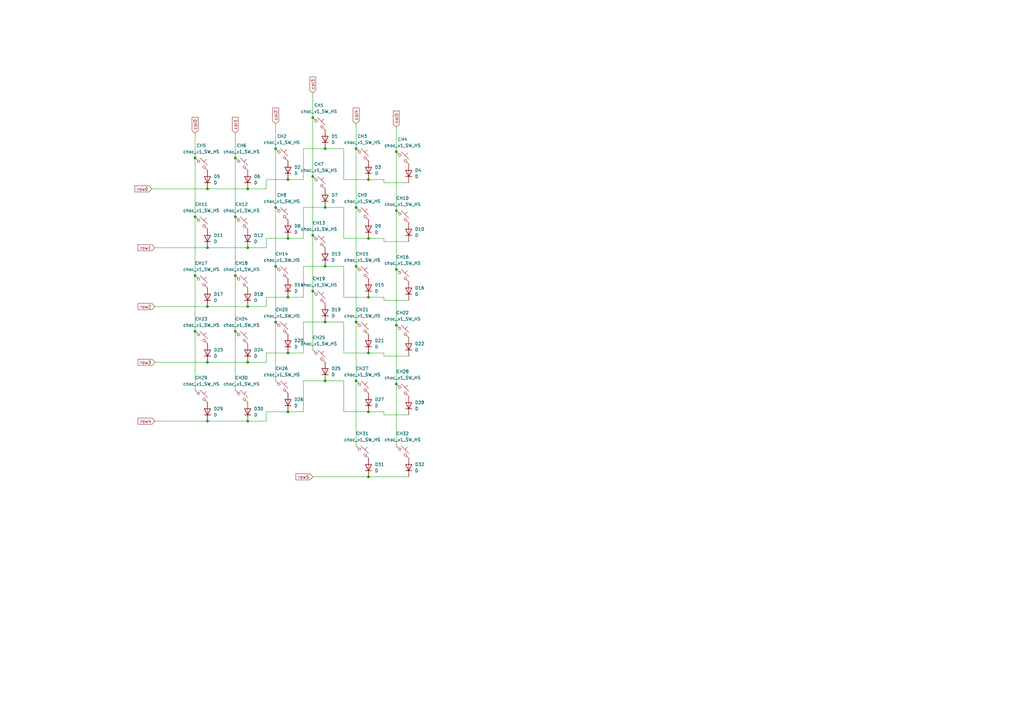
<source format=kicad_sch>
(kicad_sch (version 20231120) (generator "eeschema") (generator_version "8.0")
  (paper "A3")
  (lib_symbols
    (symbol "Device:D" (pin_numbers hide) (pin_names (offset 1.016) hide)
      (property "Reference" "D" (at 0 2.54 0))
      (property "Value" "D" (at 0 -2.54 0))
      (symbol "D_0_1"
        (polyline (pts (xy -1.27 1.27) (xy -1.27 -1.27)) (stroke (width 0.254)))
        (polyline (pts (xy 1.27 0) (xy -1.27 0)))
        (polyline (pts (xy 1.27 1.27) (xy 1.27 -1.27) (xy -1.27 0) (xy 1.27 1.27)) (stroke (width 0.254)))
      )
      (symbol "D_1_1"
        (pin passive line (at -3.81 0 0) (length 2.54) (name "K") (number "1"))
        (pin passive line (at 3.81 0 180) (length 2.54) (name "A") (number "2"))
      )
    )
    (symbol "PCM_marbastlib-choc:choc_v1_SW_HS_CPG135001S30" (pin_numbers hide) (pin_names (offset 1.016) hide)
      (property "Reference" "CH" (at 3.048 1.016 0))
      (property "Value" "choc_v1_SW_HS" (at 0 -3.81 0))
      (symbol "choc_v1_SW_HS_CPG135001S30_0_1"
        (circle (center -1.1684 1.1684) (radius 0.508))
        (polyline (pts (xy -0.508 2.54) (xy 2.54 -0.508)))
        (polyline (pts (xy 1.016 1.016) (xy 2.032 2.032)))
        (polyline (pts (xy -2.54 2.54) (xy -1.524 1.524) (xy -1.524 1.524)))
        (polyline (pts (xy 1.524 -1.524) (xy 2.54 -2.54) (xy 2.54 -2.54) (xy 2.54 -2.54)))
        (circle (center 1.143 -1.1938) (radius 0.508))
        (pin passive line (at -2.54 2.54 0) (length 0) (name "1") (number "1"))
        (pin passive line (at 2.54 -2.54 180) (length 0) (name "2") (number "2"))
      )
    )
  )
  (junction (at 85.09 172.72))
  (junction (at 85.09 148.59))
  (junction (at 118.11 121.92))
  (junction (at 96.52 113.03))
  (junction (at 146.05 132.08))
  (junction (at 133.35 109.22))
  (junction (at 118.11 168.91))
  (junction (at 101.6 125.73))
  (junction (at 128.27 96.52))
  (junction (at 151.13 73.66))
  (junction (at 118.11 144.78))
  (junction (at 85.09 101.6))
  (junction (at 96.52 64.77))
  (junction (at 96.52 88.9))
  (junction (at 85.09 77.47))
  (junction (at 101.6 148.59))
  (junction (at 101.6 77.47))
  (junction (at 85.09 125.73))
  (junction (at 113.03 109.22))
  (junction (at 162.56 157.48))
  (junction (at 133.35 132.08))
  (junction (at 128.27 119.38))
  (junction (at 80.01 113.03))
  (junction (at 101.6 172.72))
  (junction (at 133.35 156.21))
  (junction (at 146.05 109.22))
  (junction (at 162.56 133.35))
  (junction (at 162.56 86.36))
  (junction (at 151.13 195.58))
  (junction (at 151.13 121.92))
  (junction (at 133.35 60.96))
  (junction (at 128.27 48.26))
  (junction (at 80.01 64.77))
  (junction (at 146.05 60.96))
  (junction (at 80.01 135.89))
  (junction (at 113.03 132.08))
  (junction (at 96.52 135.89))
  (junction (at 151.13 168.91))
  (junction (at 162.56 110.49))
  (junction (at 118.11 97.79))
  (junction (at 146.05 156.21))
  (junction (at 101.6 101.6))
  (junction (at 80.01 88.9))
  (junction (at 146.05 85.09))
  (junction (at 151.13 97.79))
  (junction (at 118.11 73.66))
  (junction (at 162.56 62.23))
  (junction (at 113.03 60.96))
  (junction (at 113.03 85.09))
  (junction (at 151.13 144.78))
  (junction (at 128.27 72.39))
  (junction (at 133.35 85.09))
  (wire (pts (xy 162.56 110.49) (xy 162.56 133.35)))
  (wire (pts (xy 109.22 148.59) (xy 109.22 144.78)))
  (wire (pts (xy 124.46 156.21) (xy 133.35 156.21)))
  (wire (pts (xy 109.22 73.66) (xy 118.11 73.66)))
  (wire (pts (xy 109.22 101.6) (xy 109.22 97.79)))
  (wire (pts (xy 151.13 121.92) (xy 157.48 121.92)))
  (wire (pts (xy 133.35 156.21) (xy 140.97 156.21)))
  (wire (pts (xy 133.35 109.22) (xy 140.97 109.22)))
  (wire (pts (xy 124.46 97.79) (xy 124.46 85.09)))
  (wire (pts (xy 101.6 101.6) (xy 109.22 101.6)))
  (wire (pts (xy 157.48 121.92) (xy 157.48 123.19)))
  (wire (pts (xy 128.27 119.38) (xy 128.27 143.51)))
  (wire (pts (xy 157.48 99.06) (xy 167.64 99.06)))
  (wire (pts (xy 109.22 97.79) (xy 118.11 97.79)))
  (wire (pts (xy 124.46 73.66) (xy 124.46 60.96)))
  (wire (pts (xy 80.01 54.61) (xy 80.01 64.77)))
  (wire (pts (xy 140.97 73.66) (xy 151.13 73.66)))
  (wire (pts (xy 109.22 125.73) (xy 109.22 121.92)))
  (wire (pts (xy 124.46 85.09) (xy 133.35 85.09)))
  (wire (pts (xy 162.56 157.48) (xy 162.56 182.88)))
  (wire (pts (xy 146.05 85.09) (xy 146.05 109.22)))
  (wire (pts (xy 101.6 172.72) (xy 109.22 172.72)))
  (wire (pts (xy 140.97 144.78) (xy 151.13 144.78)))
  (wire (pts (xy 80.01 64.77) (xy 80.01 88.9)))
  (wire (pts (xy 162.56 52.07) (xy 162.56 62.23)))
  (wire (pts (xy 157.48 73.66) (xy 157.48 74.93)))
  (wire (pts (xy 118.11 168.91) (xy 124.46 168.91)))
  (wire (pts (xy 113.03 85.09) (xy 113.03 109.22)))
  (wire (pts (xy 96.52 54.61) (xy 96.52 64.77)))
  (wire (pts (xy 124.46 144.78) (xy 124.46 132.08)))
  (wire (pts (xy 85.09 77.47) (xy 101.6 77.47)))
  (wire (pts (xy 80.01 113.03) (xy 80.01 135.89)))
  (wire (pts (xy 146.05 60.96) (xy 146.05 85.09)))
  (wire (pts (xy 124.46 168.91) (xy 124.46 156.21)))
  (wire (pts (xy 140.97 132.08) (xy 140.97 144.78)))
  (wire (pts (xy 151.13 144.78) (xy 157.48 144.78)))
  (wire (pts (xy 162.56 133.35) (xy 162.56 157.48)))
  (wire (pts (xy 118.11 73.66) (xy 124.46 73.66)))
  (wire (pts (xy 162.56 62.23) (xy 162.56 86.36)))
  (wire (pts (xy 157.48 97.79) (xy 157.48 99.06)))
  (wire (pts (xy 118.11 97.79) (xy 124.46 97.79)))
  (wire (pts (xy 128.27 48.26) (xy 128.27 72.39)))
  (wire (pts (xy 157.48 170.18) (xy 167.64 170.18)))
  (wire (pts (xy 109.22 172.72) (xy 109.22 168.91)))
  (wire (pts (xy 109.22 121.92) (xy 118.11 121.92)))
  (wire (pts (xy 124.46 132.08) (xy 133.35 132.08)))
  (wire (pts (xy 133.35 85.09) (xy 140.97 85.09)))
  (wire (pts (xy 146.05 109.22) (xy 146.05 132.08)))
  (wire (pts (xy 109.22 168.91) (xy 118.11 168.91)))
  (wire (pts (xy 63.5 101.6) (xy 85.09 101.6)))
  (wire (pts (xy 157.48 144.78) (xy 157.48 146.05)))
  (wire (pts (xy 85.09 148.59) (xy 101.6 148.59)))
  (wire (pts (xy 96.52 64.77) (xy 96.52 88.9)))
  (wire (pts (xy 113.03 109.22) (xy 113.03 132.08)))
  (wire (pts (xy 151.13 73.66) (xy 157.48 73.66)))
  (wire (pts (xy 63.5 125.73) (xy 85.09 125.73)))
  (wire (pts (xy 151.13 168.91) (xy 157.48 168.91)))
  (wire (pts (xy 109.22 144.78) (xy 118.11 144.78)))
  (wire (pts (xy 140.97 168.91) (xy 151.13 168.91)))
  (wire (pts (xy 96.52 113.03) (xy 96.52 135.89)))
  (wire (pts (xy 85.09 125.73) (xy 101.6 125.73)))
  (wire (pts (xy 62.23 77.47) (xy 85.09 77.47)))
  (wire (pts (xy 128.27 38.1) (xy 128.27 48.26)))
  (wire (pts (xy 151.13 195.58) (xy 167.64 195.58)))
  (wire (pts (xy 128.27 96.52) (xy 128.27 119.38)))
  (wire (pts (xy 118.11 121.92) (xy 124.46 121.92)))
  (wire (pts (xy 133.35 132.08) (xy 140.97 132.08)))
  (wire (pts (xy 157.48 168.91) (xy 157.48 170.18)))
  (wire (pts (xy 113.03 132.08) (xy 113.03 156.21)))
  (wire (pts (xy 128.27 72.39) (xy 128.27 96.52)))
  (wire (pts (xy 140.97 156.21) (xy 140.97 168.91)))
  (wire (pts (xy 63.5 172.72) (xy 85.09 172.72)))
  (wire (pts (xy 128.27 195.58) (xy 151.13 195.58)))
  (wire (pts (xy 124.46 109.22) (xy 133.35 109.22)))
  (wire (pts (xy 101.6 148.59) (xy 109.22 148.59)))
  (wire (pts (xy 157.48 123.19) (xy 167.64 123.19)))
  (wire (pts (xy 96.52 135.89) (xy 96.52 160.02)))
  (wire (pts (xy 133.35 60.96) (xy 140.97 60.96)))
  (wire (pts (xy 151.13 97.79) (xy 157.48 97.79)))
  (wire (pts (xy 124.46 60.96) (xy 133.35 60.96)))
  (wire (pts (xy 96.52 88.9) (xy 96.52 113.03)))
  (wire (pts (xy 118.11 144.78) (xy 124.46 144.78)))
  (wire (pts (xy 113.03 60.96) (xy 113.03 85.09)))
  (wire (pts (xy 80.01 135.89) (xy 80.01 160.02)))
  (wire (pts (xy 109.22 77.47) (xy 109.22 73.66)))
  (wire (pts (xy 124.46 121.92) (xy 124.46 109.22)))
  (wire (pts (xy 162.56 86.36) (xy 162.56 110.49)))
  (wire (pts (xy 140.97 97.79) (xy 151.13 97.79)))
  (wire (pts (xy 146.05 132.08) (xy 146.05 156.21)))
  (wire (pts (xy 140.97 85.09) (xy 140.97 97.79)))
  (wire (pts (xy 80.01 88.9) (xy 80.01 113.03)))
  (wire (pts (xy 146.05 156.21) (xy 146.05 182.88)))
  (wire (pts (xy 101.6 77.47) (xy 109.22 77.47)))
  (wire (pts (xy 101.6 125.73) (xy 109.22 125.73)))
  (wire (pts (xy 157.48 74.93) (xy 167.64 74.93)))
  (wire (pts (xy 63.5 148.59) (xy 85.09 148.59)))
  (wire (pts (xy 140.97 109.22) (xy 140.97 121.92)))
  (wire (pts (xy 146.05 50.8) (xy 146.05 60.96)))
  (wire (pts (xy 140.97 121.92) (xy 151.13 121.92)))
  (wire (pts (xy 113.03 50.8) (xy 113.03 60.96)))
  (wire (pts (xy 157.48 146.05) (xy 167.64 146.05)))
  (wire (pts (xy 85.09 172.72) (xy 101.6 172.72)))
  (wire (pts (xy 85.09 101.6) (xy 101.6 101.6)))
  (wire (pts (xy 140.97 60.96) (xy 140.97 73.66)))
  (global_label "col2" (shape input) (at 113.03 50.8 90) (property "Intersheetrefs" "${INTERSHEET_REFS}" (effects (hide yes))))
  (global_label "col3" (shape input) (at 128.27 38.1 90) (property "Intersheetrefs" "${INTERSHEET_REFS}" (effects (hide yes))))
  (global_label "row0" (shape input) (at 62.23 77.47 180) (property "Intersheetrefs" "${INTERSHEET_REFS}" (effects (hide yes))))
  (global_label "row5" (shape input) (at 128.27 195.58 180) (property "Intersheetrefs" "${INTERSHEET_REFS}" (effects (hide yes))))
  (global_label "col1" (shape input) (at 96.52 54.61 90) (property "Intersheetrefs" "${INTERSHEET_REFS}" (effects (hide yes))))
  (global_label "row2" (shape input) (at 63.5 125.73 180) (property "Intersheetrefs" "${INTERSHEET_REFS}" (effects (hide yes))))
  (global_label "col4" (shape input) (at 146.05 50.8 90) (property "Intersheetrefs" "${INTERSHEET_REFS}" (effects (hide yes))))
  (global_label "col5" (shape input) (at 162.56 52.07 90) (property "Intersheetrefs" "${INTERSHEET_REFS}" (effects (hide yes))))
  (global_label "col0" (shape input) (at 80.01 54.61 90) (property "Intersheetrefs" "${INTERSHEET_REFS}" (effects (hide yes))))
  (global_label "row1" (shape input) (at 63.5 101.6 180) (property "Intersheetrefs" "${INTERSHEET_REFS}" (effects (hide yes))))
  (global_label "row4" (shape input) (at 63.5 172.72 180) (property "Intersheetrefs" "${INTERSHEET_REFS}" (effects (hide yes))))
  (global_label "row3" (shape input) (at 63.5 148.59 180) (property "Intersheetrefs" "${INTERSHEET_REFS}" (effects (hide yes))))
  (symbol (lib_id "PCM_marbastlib-choc:choc_v1_SW_HS_CPG135001S30") (at 165.1 64.77 0) (unit 1)
    (property "Reference" "CH4" (at 165.1 57.15 0))
    (property "Value" "choc_v1_SW_HS" (at 165.1 59.69 0))
    (property "Footprint" "PCM_marbastlib-choc:SW_choc_v1_HS_CPG135001S30_1u" (effects (hide yes)))
    (property "Description" "Push button switch, normally open, two pins, 45° tilted" (effects (hide yes)))
  )
  (symbol (lib_id "PCM_marbastlib-choc:choc_v1_SW_HS_CPG135001S30") (at 165.1 185.42 0) (unit 1)
    (property "Reference" "CH32" (at 165.1 177.8 0))
    (property "Value" "choc_v1_SW_HS" (at 165.1 180.34 0))
    (property "Footprint" "PCM_marbastlib-choc:SW_choc_v1_HS_CPG135001S30_1.75u" (effects (hide yes)))
    (property "Description" "Push button switch, normally open, two pins, 45° tilted" (effects (hide yes)))
  )
  (symbol (lib_id "Device:D") (at 118.11 140.97 90) (unit 1)
    (property "Reference" "D20" (at 120.65 139.6999 90) (effects (justify right)))
    (property "Value" "D" (at 120.65 142.2399 90) (effects (justify right)))
    (property "Footprint" "Diode_SMD:D_SOD-123" (effects (hide yes)))
    (property "Description" "Diode" (effects (hide yes)))
    (property "Sim.Device" "D" (effects (hide yes)))
    (property "Sim.Pins" "1=K 2=A" (effects (hide yes)))
  )
  (symbol (lib_id "Device:D") (at 151.13 93.98 90) (unit 1)
    (property "Reference" "D9" (at 153.67 92.7099 90) (effects (justify right)))
    (property "Value" "D" (at 153.67 95.2499 90) (effects (justify right)))
    (property "Footprint" "Diode_SMD:D_SOD-123" (effects (hide yes)))
    (property "Description" "Diode" (effects (hide yes)))
    (property "Sim.Device" "D" (effects (hide yes)))
    (property "Sim.Pins" "1=K 2=A" (effects (hide yes)))
  )
  (symbol (lib_id "PCM_marbastlib-choc:choc_v1_SW_HS_CPG135001S30") (at 130.81 74.93 0) (unit 1)
    (property "Reference" "CH7" (at 130.81 67.31 0))
    (property "Value" "choc_v1_SW_HS" (at 130.81 69.85 0))
    (property "Footprint" "PCM_marbastlib-choc:SW_choc_v1_HS_CPG135001S30_1u" (effects (hide yes)))
    (property "Description" "Push button switch, normally open, two pins, 45° tilted" (effects (hide yes)))
  )
  (symbol (lib_id "Device:D") (at 85.09 121.92 90) (unit 1)
    (property "Reference" "D17" (at 87.63 120.6499 90) (effects (justify right)))
    (property "Value" "D" (at 87.63 123.1899 90) (effects (justify right)))
    (property "Footprint" "Diode_SMD:D_SOD-123" (effects (hide yes)))
    (property "Description" "Diode" (effects (hide yes)))
    (property "Sim.Device" "D" (effects (hide yes)))
    (property "Sim.Pins" "1=K 2=A" (effects (hide yes)))
  )
  (symbol (lib_id "PCM_marbastlib-choc:choc_v1_SW_HS_CPG135001S30") (at 99.06 162.56 0) (unit 1)
    (property "Reference" "CH30" (at 99.06 154.94 0))
    (property "Value" "choc_v1_SW_HS" (at 99.06 157.48 0))
    (property "Footprint" "PCM_marbastlib-choc:SW_choc_v1_HS_CPG135001S30_1u" (effects (hide yes)))
    (property "Description" "Push button switch, normally open, two pins, 45° tilted" (effects (hide yes)))
  )
  (symbol (lib_id "PCM_marbastlib-choc:choc_v1_SW_HS_CPG135001S30") (at 99.06 91.44 0) (unit 1)
    (property "Reference" "CH12" (at 99.06 83.82 0))
    (property "Value" "choc_v1_SW_HS" (at 99.06 86.36 0))
    (property "Footprint" "PCM_marbastlib-choc:SW_choc_v1_HS_CPG135001S30_1u" (effects (hide yes)))
    (property "Description" "Push button switch, normally open, two pins, 45° tilted" (effects (hide yes)))
  )
  (symbol (lib_id "Device:D") (at 101.6 144.78 90) (unit 1)
    (property "Reference" "D24" (at 104.14 143.5099 90) (effects (justify right)))
    (property "Value" "D" (at 104.14 146.0499 90) (effects (justify right)))
    (property "Footprint" "Diode_SMD:D_SOD-123" (effects (hide yes)))
    (property "Description" "Diode" (effects (hide yes)))
    (property "Sim.Device" "D" (effects (hide yes)))
    (property "Sim.Pins" "1=K 2=A" (effects (hide yes)))
  )
  (symbol (lib_id "PCM_marbastlib-choc:choc_v1_SW_HS_CPG135001S30") (at 165.1 160.02 0) (unit 1)
    (property "Reference" "CH28" (at 165.1 152.4 0))
    (property "Value" "choc_v1_SW_HS" (at 165.1 154.94 0))
    (property "Footprint" "PCM_marbastlib-choc:SW_choc_v1_HS_CPG135001S30_1u" (effects (hide yes)))
    (property "Description" "Push button switch, normally open, two pins, 45° tilted" (effects (hide yes)))
  )
  (symbol (lib_id "Device:D") (at 167.64 166.37 90) (unit 1)
    (property "Reference" "D28" (at 170.18 165.0999 90) (effects (justify right)))
    (property "Value" "D" (at 170.18 167.6399 90) (effects (justify right)))
    (property "Footprint" "Diode_SMD:D_SOD-123" (effects (hide yes)))
    (property "Description" "Diode" (effects (hide yes)))
    (property "Sim.Device" "D" (effects (hide yes)))
    (property "Sim.Pins" "1=K 2=A" (effects (hide yes)))
  )
  (symbol (lib_id "PCM_marbastlib-choc:choc_v1_SW_HS_CPG135001S30") (at 130.81 50.8 0) (unit 1)
    (property "Reference" "CH1" (at 130.81 43.18 0))
    (property "Value" "choc_v1_SW_HS" (at 130.81 45.72 0))
    (property "Footprint" "PCM_marbastlib-choc:SW_choc_v1_HS_CPG135001S30_1u" (effects (hide yes)))
    (property "Description" "Push button switch, normally open, two pins, 45° tilted" (effects (hide yes)))
  )
  (symbol (lib_id "PCM_marbastlib-choc:choc_v1_SW_HS_CPG135001S30") (at 148.59 158.75 0) (unit 1)
    (property "Reference" "CH27" (at 148.59 151.13 0))
    (property "Value" "choc_v1_SW_HS" (at 148.59 153.67 0))
    (property "Footprint" "PCM_marbastlib-choc:SW_choc_v1_HS_CPG135001S30_1u" (effects (hide yes)))
    (property "Description" "Push button switch, normally open, two pins, 45° tilted" (effects (hide yes)))
  )
  (symbol (lib_id "PCM_marbastlib-choc:choc_v1_SW_HS_CPG135001S30") (at 148.59 134.62 0) (unit 1)
    (property "Reference" "CH21" (at 148.59 127 0))
    (property "Value" "choc_v1_SW_HS" (at 148.59 129.54 0))
    (property "Footprint" "PCM_marbastlib-choc:SW_choc_v1_HS_CPG135001S30_1u" (effects (hide yes)))
    (property "Description" "Push button switch, normally open, two pins, 45° tilted" (effects (hide yes)))
  )
  (symbol (lib_id "Device:D") (at 167.64 119.38 90) (unit 1)
    (property "Reference" "D16" (at 170.18 118.1099 90) (effects (justify right)))
    (property "Value" "D" (at 170.18 120.6499 90) (effects (justify right)))
    (property "Footprint" "Diode_SMD:D_SOD-123" (effects (hide yes)))
    (property "Description" "Diode" (effects (hide yes)))
    (property "Sim.Device" "D" (effects (hide yes)))
    (property "Sim.Pins" "1=K 2=A" (effects (hide yes)))
  )
  (symbol (lib_id "PCM_marbastlib-choc:choc_v1_SW_HS_CPG135001S30") (at 130.81 99.06 0) (unit 1)
    (property "Reference" "CH13" (at 130.81 91.44 0))
    (property "Value" "choc_v1_SW_HS" (at 130.81 93.98 0))
    (property "Footprint" "PCM_marbastlib-choc:SW_choc_v1_HS_CPG135001S30_1u" (effects (hide yes)))
    (property "Description" "Push button switch, normally open, two pins, 45° tilted" (effects (hide yes)))
  )
  (symbol (lib_id "Device:D") (at 167.64 191.77 90) (unit 1)
    (property "Reference" "D32" (at 170.18 190.4999 90) (effects (justify right)))
    (property "Value" "D" (at 170.18 193.0399 90) (effects (justify right)))
    (property "Footprint" "Diode_SMD:D_SOD-123" (effects (hide yes)))
    (property "Description" "Diode" (effects (hide yes)))
    (property "Sim.Device" "D" (effects (hide yes)))
    (property "Sim.Pins" "1=K 2=A" (effects (hide yes)))
  )
  (symbol (lib_id "Device:D") (at 167.64 95.25 90) (unit 1)
    (property "Reference" "D10" (at 170.18 93.9799 90) (effects (justify right)))
    (property "Value" "D" (at 170.18 96.5199 90) (effects (justify right)))
    (property "Footprint" "Diode_SMD:D_SOD-123" (effects (hide yes)))
    (property "Description" "Diode" (effects (hide yes)))
    (property "Sim.Device" "D" (effects (hide yes)))
    (property "Sim.Pins" "1=K 2=A" (effects (hide yes)))
  )
  (symbol (lib_id "Device:D") (at 118.11 118.11 90) (unit 1)
    (property "Reference" "D14" (at 120.65 116.8399 90) (effects (justify right)))
    (property "Value" "D" (at 120.65 119.3799 90) (effects (justify right)))
    (property "Footprint" "Diode_SMD:D_SOD-123" (effects (hide yes)))
    (property "Description" "Diode" (effects (hide yes)))
    (property "Sim.Device" "D" (effects (hide yes)))
    (property "Sim.Pins" "1=K 2=A" (effects (hide yes)))
  )
  (symbol (lib_id "Device:D") (at 133.35 152.4 90) (unit 1)
    (property "Reference" "D25" (at 135.89 151.1299 90) (effects (justify right)))
    (property "Value" "D" (at 135.89 153.6699 90) (effects (justify right)))
    (property "Footprint" "Diode_SMD:D_SOD-123" (effects (hide yes)))
    (property "Description" "Diode" (effects (hide yes)))
    (property "Sim.Device" "D" (effects (hide yes)))
    (property "Sim.Pins" "1=K 2=A" (effects (hide yes)))
  )
  (symbol (lib_id "Device:D") (at 85.09 168.91 90) (unit 1)
    (property "Reference" "D29" (at 87.63 167.6399 90) (effects (justify right)))
    (property "Value" "D" (at 87.63 170.1799 90) (effects (justify right)))
    (property "Footprint" "Diode_SMD:D_SOD-123" (effects (hide yes)))
    (property "Description" "Diode" (effects (hide yes)))
    (property "Sim.Device" "D" (effects (hide yes)))
    (property "Sim.Pins" "1=K 2=A" (effects (hide yes)))
  )
  (symbol (lib_id "Device:D") (at 167.64 71.12 90) (unit 1)
    (property "Reference" "D4" (at 170.18 69.8499 90) (effects (justify right)))
    (property "Value" "D" (at 170.18 72.3899 90) (effects (justify right)))
    (property "Footprint" "Diode_SMD:D_SOD-123" (effects (hide yes)))
    (property "Description" "Diode" (effects (hide yes)))
    (property "Sim.Device" "D" (effects (hide yes)))
    (property "Sim.Pins" "1=K 2=A" (effects (hide yes)))
  )
  (symbol (lib_id "Device:D") (at 118.11 69.85 90) (unit 1)
    (property "Reference" "D2" (at 120.65 68.5799 90) (effects (justify right)))
    (property "Value" "D" (at 120.65 71.1199 90) (effects (justify right)))
    (property "Footprint" "Diode_SMD:D_SOD-123" (effects (hide yes)))
    (property "Description" "Diode" (effects (hide yes)))
    (property "Sim.Device" "D" (effects (hide yes)))
    (property "Sim.Pins" "1=K 2=A" (effects (hide yes)))
  )
  (symbol (lib_id "PCM_marbastlib-choc:choc_v1_SW_HS_CPG135001S30") (at 148.59 111.76 0) (unit 1)
    (property "Reference" "CH15" (at 148.59 104.14 0))
    (property "Value" "choc_v1_SW_HS" (at 148.59 106.68 0))
    (property "Footprint" "PCM_marbastlib-choc:SW_choc_v1_HS_CPG135001S30_1u" (effects (hide yes)))
    (property "Description" "Push button switch, normally open, two pins, 45° tilted" (effects (hide yes)))
  )
  (symbol (lib_id "PCM_marbastlib-choc:choc_v1_SW_HS_CPG135001S30") (at 99.06 138.43 0) (unit 1)
    (property "Reference" "CH24" (at 99.06 130.81 0))
    (property "Value" "choc_v1_SW_HS" (at 99.06 133.35 0))
    (property "Footprint" "PCM_marbastlib-choc:SW_choc_v1_HS_CPG135001S30_1u" (effects (hide yes)))
    (property "Description" "Push button switch, normally open, two pins, 45° tilted" (effects (hide yes)))
  )
  (symbol (lib_id "PCM_marbastlib-choc:choc_v1_SW_HS_CPG135001S30") (at 115.57 111.76 0) (unit 1)
    (property "Reference" "CH14" (at 115.57 104.14 0))
    (property "Value" "choc_v1_SW_HS" (at 115.57 106.68 0))
    (property "Footprint" "PCM_marbastlib-choc:SW_choc_v1_HS_CPG135001S30_1u" (effects (hide yes)))
    (property "Description" "Push button switch, normally open, two pins, 45° tilted" (effects (hide yes)))
  )
  (symbol (lib_id "PCM_marbastlib-choc:choc_v1_SW_HS_CPG135001S30") (at 82.55 115.57 0) (unit 1)
    (property "Reference" "CH17" (at 82.55 107.95 0))
    (property "Value" "choc_v1_SW_HS" (at 82.55 110.49 0))
    (property "Footprint" "PCM_marbastlib-choc:SW_choc_v1_HS_CPG135001S30_1u" (effects (hide yes)))
    (property "Description" "Push button switch, normally open, two pins, 45° tilted" (effects (hide yes)))
  )
  (symbol (lib_id "Device:D") (at 101.6 73.66 90) (unit 1)
    (property "Reference" "D6" (at 104.14 72.3899 90) (effects (justify right)))
    (property "Value" "D" (at 104.14 74.9299 90) (effects (justify right)))
    (property "Footprint" "Diode_SMD:D_SOD-123" (effects (hide yes)))
    (property "Description" "Diode" (effects (hide yes)))
    (property "Sim.Device" "D" (effects (hide yes)))
    (property "Sim.Pins" "1=K 2=A" (effects (hide yes)))
  )
  (symbol (lib_id "PCM_marbastlib-choc:choc_v1_SW_HS_CPG135001S30") (at 99.06 67.31 0) (unit 1)
    (property "Reference" "CH6" (at 99.06 59.69 0))
    (property "Value" "choc_v1_SW_HS" (at 99.06 62.23 0))
    (property "Footprint" "PCM_marbastlib-choc:SW_choc_v1_HS_CPG135001S30_1u" (effects (hide yes)))
    (property "Description" "Push button switch, normally open, two pins, 45° tilted" (effects (hide yes)))
  )
  (symbol (lib_id "PCM_marbastlib-choc:choc_v1_SW_HS_CPG135001S30") (at 165.1 135.89 0) (unit 1)
    (property "Reference" "CH22" (at 165.1 128.27 0))
    (property "Value" "choc_v1_SW_HS" (at 165.1 130.81 0))
    (property "Footprint" "PCM_marbastlib-choc:SW_choc_v1_HS_CPG135001S30_1u" (effects (hide yes)))
    (property "Description" "Push button switch, normally open, two pins, 45° tilted" (effects (hide yes)))
  )
  (symbol (lib_id "PCM_marbastlib-choc:choc_v1_SW_HS_CPG135001S30") (at 148.59 87.63 0) (unit 1)
    (property "Reference" "CH9" (at 148.59 80.01 0))
    (property "Value" "choc_v1_SW_HS" (at 148.59 82.55 0))
    (property "Footprint" "PCM_marbastlib-choc:SW_choc_v1_HS_CPG135001S30_1u" (effects (hide yes)))
    (property "Description" "Push button switch, normally open, two pins, 45° tilted" (effects (hide yes)))
  )
  (symbol (lib_id "Device:D") (at 101.6 97.79 90) (unit 1)
    (property "Reference" "D12" (at 104.14 96.5199 90) (effects (justify right)))
    (property "Value" "D" (at 104.14 99.0599 90) (effects (justify right)))
    (property "Footprint" "Diode_SMD:D_SOD-123" (effects (hide yes)))
    (property "Description" "Diode" (effects (hide yes)))
    (property "Sim.Device" "D" (effects (hide yes)))
    (property "Sim.Pins" "1=K 2=A" (effects (hide yes)))
  )
  (symbol (lib_id "Device:D") (at 151.13 118.11 90) (unit 1)
    (property "Reference" "D15" (at 153.67 116.8399 90) (effects (justify right)))
    (property "Value" "D" (at 153.67 119.3799 90) (effects (justify right)))
    (property "Footprint" "Diode_SMD:D_SOD-123" (effects (hide yes)))
    (property "Description" "Diode" (effects (hide yes)))
    (property "Sim.Device" "D" (effects (hide yes)))
    (property "Sim.Pins" "1=K 2=A" (effects (hide yes)))
  )
  (symbol (lib_id "Device:D") (at 118.11 93.98 90) (unit 1)
    (property "Reference" "D8" (at 120.65 92.7099 90) (effects (justify right)))
    (property "Value" "D" (at 120.65 95.2499 90) (effects (justify right)))
    (property "Footprint" "Diode_SMD:D_SOD-123" (effects (hide yes)))
    (property "Description" "Diode" (effects (hide yes)))
    (property "Sim.Device" "D" (effects (hide yes)))
    (property "Sim.Pins" "1=K 2=A" (effects (hide yes)))
  )
  (symbol (lib_id "PCM_marbastlib-choc:choc_v1_SW_HS_CPG135001S30") (at 82.55 162.56 0) (unit 1)
    (property "Reference" "CH29" (at 82.55 154.94 0))
    (property "Value" "choc_v1_SW_HS" (at 82.55 157.48 0))
    (property "Footprint" "PCM_marbastlib-choc:SW_choc_v1_HS_CPG135001S30_1u" (effects (hide yes)))
    (property "Description" "Push button switch, normally open, two pins, 45° tilted" (effects (hide yes)))
  )
  (symbol (lib_id "Device:D") (at 118.11 165.1 90) (unit 1)
    (property "Reference" "D26" (at 120.65 163.8299 90) (effects (justify right)))
    (property "Value" "D" (at 120.65 166.3699 90) (effects (justify right)))
    (property "Footprint" "Diode_SMD:D_SOD-123" (effects (hide yes)))
    (property "Description" "Diode" (effects (hide yes)))
    (property "Sim.Device" "D" (effects (hide yes)))
    (property "Sim.Pins" "1=K 2=A" (effects (hide yes)))
  )
  (symbol (lib_id "Device:D") (at 85.09 97.79 90) (unit 1)
    (property "Reference" "D11" (at 87.63 96.5199 90) (effects (justify right)))
    (property "Value" "D" (at 87.63 99.0599 90) (effects (justify right)))
    (property "Footprint" "Diode_SMD:D_SOD-123" (effects (hide yes)))
    (property "Description" "Diode" (effects (hide yes)))
    (property "Sim.Device" "D" (effects (hide yes)))
    (property "Sim.Pins" "1=K 2=A" (effects (hide yes)))
  )
  (symbol (lib_id "Device:D") (at 85.09 73.66 90) (unit 1)
    (property "Reference" "D5" (at 87.63 72.3899 90) (effects (justify right)))
    (property "Value" "D" (at 87.63 74.9299 90) (effects (justify right)))
    (property "Footprint" "Diode_SMD:D_SOD-123" (effects (hide yes)))
    (property "Description" "Diode" (effects (hide yes)))
    (property "Sim.Device" "D" (effects (hide yes)))
    (property "Sim.Pins" "1=K 2=A" (effects (hide yes)))
  )
  (symbol (lib_id "PCM_marbastlib-choc:choc_v1_SW_HS_CPG135001S30") (at 130.81 146.05 0) (unit 1)
    (property "Reference" "CH25" (at 130.81 138.43 0))
    (property "Value" "choc_v1_SW_HS" (at 130.81 140.97 0))
    (property "Footprint" "PCM_marbastlib-choc:SW_choc_v1_HS_CPG135001S30_1u" (effects (hide yes)))
    (property "Description" "Push button switch, normally open, two pins, 45° tilted" (effects (hide yes)))
  )
  (symbol (lib_id "PCM_marbastlib-choc:choc_v1_SW_HS_CPG135001S30") (at 130.81 121.92 0) (unit 1)
    (property "Reference" "CH19" (at 130.81 114.3 0))
    (property "Value" "choc_v1_SW_HS" (at 130.81 116.84 0))
    (property "Footprint" "PCM_marbastlib-choc:SW_choc_v1_HS_CPG135001S30_1u" (effects (hide yes)))
    (property "Description" "Push button switch, normally open, two pins, 45° tilted" (effects (hide yes)))
  )
  (symbol (lib_id "Device:D") (at 85.09 144.78 90) (unit 1)
    (property "Reference" "D23" (at 87.63 143.5099 90) (effects (justify right)))
    (property "Value" "D" (at 87.63 146.0499 90) (effects (justify right)))
    (property "Footprint" "Diode_SMD:D_SOD-123" (effects (hide yes)))
    (property "Description" "Diode" (effects (hide yes)))
    (property "Sim.Device" "D" (effects (hide yes)))
    (property "Sim.Pins" "1=K 2=A" (effects (hide yes)))
  )
  (symbol (lib_id "Device:D") (at 167.64 142.24 90) (unit 1)
    (property "Reference" "D22" (at 170.18 140.9699 90) (effects (justify right)))
    (property "Value" "D" (at 170.18 143.5099 90) (effects (justify right)))
    (property "Footprint" "Diode_SMD:D_SOD-123" (effects (hide yes)))
    (property "Description" "Diode" (effects (hide yes)))
    (property "Sim.Device" "D" (effects (hide yes)))
    (property "Sim.Pins" "1=K 2=A" (effects (hide yes)))
  )
  (symbol (lib_id "PCM_marbastlib-choc:choc_v1_SW_HS_CPG135001S30") (at 99.06 115.57 0) (unit 1)
    (property "Reference" "CH18" (at 99.06 107.95 0))
    (property "Value" "choc_v1_SW_HS" (at 99.06 110.49 0))
    (property "Footprint" "PCM_marbastlib-choc:SW_choc_v1_HS_CPG135001S30_1u" (effects (hide yes)))
    (property "Description" "Push button switch, normally open, two pins, 45° tilted" (effects (hide yes)))
  )
  (symbol (lib_id "PCM_marbastlib-choc:choc_v1_SW_HS_CPG135001S30") (at 148.59 185.42 0) (unit 1)
    (property "Reference" "CH31" (at 148.59 177.8 0))
    (property "Value" "choc_v1_SW_HS" (at 148.59 180.34 0))
    (property "Footprint" "PCM_marbastlib-choc:SW_choc_v1_HS_CPG135001S30_1.25u" (effects (hide yes)))
    (property "Description" "Push button switch, normally open, two pins, 45° tilted" (effects (hide yes)))
  )
  (symbol (lib_id "Device:D") (at 151.13 69.85 90) (unit 1)
    (property "Reference" "D3" (at 153.67 68.5799 90) (effects (justify right)))
    (property "Value" "D" (at 153.67 71.1199 90) (effects (justify right)))
    (property "Footprint" "Diode_SMD:D_SOD-123" (effects (hide yes)))
    (property "Description" "Diode" (effects (hide yes)))
    (property "Sim.Device" "D" (effects (hide yes)))
    (property "Sim.Pins" "1=K 2=A" (effects (hide yes)))
  )
  (symbol (lib_id "PCM_marbastlib-choc:choc_v1_SW_HS_CPG135001S30") (at 115.57 134.62 0) (unit 1)
    (property "Reference" "CH20" (at 115.57 127 0))
    (property "Value" "choc_v1_SW_HS" (at 115.57 129.54 0))
    (property "Footprint" "PCM_marbastlib-choc:SW_choc_v1_HS_CPG135001S30_1u" (effects (hide yes)))
    (property "Description" "Push button switch, normally open, two pins, 45° tilted" (effects (hide yes)))
  )
  (symbol (lib_id "Device:D") (at 133.35 81.28 90) (unit 1)
    (property "Reference" "D7" (at 135.89 80.0099 90) (effects (justify right)))
    (property "Value" "D" (at 135.89 82.5499 90) (effects (justify right)))
    (property "Footprint" "Diode_SMD:D_SOD-123" (effects (hide yes)))
    (property "Description" "Diode" (effects (hide yes)))
    (property "Sim.Device" "D" (effects (hide yes)))
    (property "Sim.Pins" "1=K 2=A" (effects (hide yes)))
  )
  (symbol (lib_id "PCM_marbastlib-choc:choc_v1_SW_HS_CPG135001S30") (at 148.59 63.5 0) (unit 1)
    (property "Reference" "CH3" (at 148.59 55.88 0))
    (property "Value" "choc_v1_SW_HS" (at 148.59 58.42 0))
    (property "Footprint" "PCM_marbastlib-choc:SW_choc_v1_HS_CPG135001S30_1u" (effects (hide yes)))
    (property "Description" "Push button switch, normally open, two pins, 45° tilted" (effects (hide yes)))
  )
  (symbol (lib_id "PCM_marbastlib-choc:choc_v1_SW_HS_CPG135001S30") (at 115.57 63.5 0) (unit 1)
    (property "Reference" "CH2" (at 115.57 55.88 0))
    (property "Value" "choc_v1_SW_HS" (at 115.57 58.42 0))
    (property "Footprint" "PCM_marbastlib-choc:SW_choc_v1_HS_CPG135001S30_1u" (effects (hide yes)))
    (property "Description" "Push button switch, normally open, two pins, 45° tilted" (effects (hide yes)))
  )
  (symbol (lib_id "PCM_marbastlib-choc:choc_v1_SW_HS_CPG135001S30") (at 115.57 87.63 0) (unit 1)
    (property "Reference" "CH8" (at 115.57 80.01 0))
    (property "Value" "choc_v1_SW_HS" (at 115.57 82.55 0))
    (property "Footprint" "PCM_marbastlib-choc:SW_choc_v1_HS_CPG135001S30_1u" (effects (hide yes)))
    (property "Description" "Push button switch, normally open, two pins, 45° tilted" (effects (hide yes)))
  )
  (symbol (lib_id "PCM_marbastlib-choc:choc_v1_SW_HS_CPG135001S30") (at 115.57 158.75 0) (unit 1)
    (property "Reference" "CH26" (at 115.57 151.13 0))
    (property "Value" "choc_v1_SW_HS" (at 115.57 153.67 0))
    (property "Footprint" "PCM_marbastlib-choc:SW_choc_v1_HS_CPG135001S30_1u" (effects (hide yes)))
    (property "Description" "Push button switch, normally open, two pins, 45° tilted" (effects (hide yes)))
  )
  (symbol (lib_id "PCM_marbastlib-choc:choc_v1_SW_HS_CPG135001S30") (at 82.55 67.31 0) (unit 1)
    (property "Reference" "CH5" (at 82.55 59.69 0))
    (property "Value" "choc_v1_SW_HS" (at 82.55 62.23 0))
    (property "Footprint" "PCM_marbastlib-choc:SW_choc_v1_HS_CPG135001S30_1u" (effects (hide yes)))
    (property "Description" "Push button switch, normally open, two pins, 45° tilted" (effects (hide yes)))
  )
  (symbol (lib_id "Device:D") (at 133.35 128.27 90) (unit 1)
    (property "Reference" "D19" (at 135.89 126.9999 90) (effects (justify right)))
    (property "Value" "D" (at 135.89 129.5399 90) (effects (justify right)))
    (property "Footprint" "Diode_SMD:D_SOD-123" (effects (hide yes)))
    (property "Description" "Diode" (effects (hide yes)))
    (property "Sim.Device" "D" (effects (hide yes)))
    (property "Sim.Pins" "1=K 2=A" (effects (hide yes)))
  )
  (symbol (lib_id "Device:D") (at 101.6 121.92 90) (unit 1)
    (property "Reference" "D18" (at 104.14 120.6499 90) (effects (justify right)))
    (property "Value" "D" (at 104.14 123.1899 90) (effects (justify right)))
    (property "Footprint" "Diode_SMD:D_SOD-123" (effects (hide yes)))
    (property "Description" "Diode" (effects (hide yes)))
    (property "Sim.Device" "D" (effects (hide yes)))
    (property "Sim.Pins" "1=K 2=A" (effects (hide yes)))
  )
  (symbol (lib_id "Device:D") (at 151.13 165.1 90) (unit 1)
    (property "Reference" "D27" (at 153.67 163.8299 90) (effects (justify right)))
    (property "Value" "D" (at 153.67 166.3699 90) (effects (justify right)))
    (property "Footprint" "Diode_SMD:D_SOD-123" (effects (hide yes)))
    (property "Description" "Diode" (effects (hide yes)))
    (property "Sim.Device" "D" (effects (hide yes)))
    (property "Sim.Pins" "1=K 2=A" (effects (hide yes)))
  )
  (symbol (lib_id "Device:D") (at 151.13 140.97 90) (unit 1)
    (property "Reference" "D21" (at 153.67 139.6999 90) (effects (justify right)))
    (property "Value" "D" (at 153.67 142.2399 90) (effects (justify right)))
    (property "Footprint" "Diode_SMD:D_SOD-123" (effects (hide yes)))
    (property "Description" "Diode" (effects (hide yes)))
    (property "Sim.Device" "D" (effects (hide yes)))
    (property "Sim.Pins" "1=K 2=A" (effects (hide yes)))
  )
  (symbol (lib_id "Device:D") (at 151.13 191.77 90) (unit 1)
    (property "Reference" "D31" (at 153.67 190.4999 90) (effects (justify right)))
    (property "Value" "D" (at 153.67 193.0399 90) (effects (justify right)))
    (property "Footprint" "Diode_SMD:D_SOD-123" (effects (hide yes)))
    (property "Description" "Diode" (effects (hide yes)))
    (property "Sim.Device" "D" (effects (hide yes)))
    (property "Sim.Pins" "1=K 2=A" (effects (hide yes)))
  )
  (symbol (lib_id "Device:D") (at 133.35 57.15 90) (unit 1)
    (property "Reference" "D1" (at 135.89 55.8799 90) (effects (justify right)))
    (property "Value" "D" (at 135.89 58.4199 90) (effects (justify right)))
    (property "Footprint" "Diode_SMD:D_SOD-123" (effects (hide yes)))
    (property "Description" "Diode" (effects (hide yes)))
    (property "Sim.Device" "D" (effects (hide yes)))
    (property "Sim.Pins" "1=K 2=A" (effects (hide yes)))
  )
  (symbol (lib_id "PCM_marbastlib-choc:choc_v1_SW_HS_CPG135001S30") (at 82.55 91.44 0) (unit 1)
    (property "Reference" "CH11" (at 82.55 83.82 0))
    (property "Value" "choc_v1_SW_HS" (at 82.55 86.36 0))
    (property "Footprint" "PCM_marbastlib-choc:SW_choc_v1_HS_CPG135001S30_1u" (effects (hide yes)))
    (property "Description" "Push button switch, normally open, two pins, 45° tilted" (effects (hide yes)))
  )
  (symbol (lib_id "PCM_marbastlib-choc:choc_v1_SW_HS_CPG135001S30") (at 165.1 113.03 0) (unit 1)
    (property "Reference" "CH16" (at 165.1 105.41 0))
    (property "Value" "choc_v1_SW_HS" (at 165.1 107.95 0))
    (property "Footprint" "PCM_marbastlib-choc:SW_choc_v1_HS_CPG135001S30_1u" (effects (hide yes)))
    (property "Description" "Push button switch, normally open, two pins, 45° tilted" (effects (hide yes)))
  )
  (symbol (lib_id "Device:D") (at 133.35 105.41 90) (unit 1)
    (property "Reference" "D13" (at 135.89 104.1399 90) (effects (justify right)))
    (property "Value" "D" (at 135.89 106.6799 90) (effects (justify right)))
    (property "Footprint" "Diode_SMD:D_SOD-123" (effects (hide yes)))
    (property "Description" "Diode" (effects (hide yes)))
    (property "Sim.Device" "D" (effects (hide yes)))
    (property "Sim.Pins" "1=K 2=A" (effects (hide yes)))
  )
  (symbol (lib_id "PCM_marbastlib-choc:choc_v1_SW_HS_CPG135001S30") (at 82.55 138.43 0) (unit 1)
    (property "Reference" "CH23" (at 82.55 130.81 0))
    (property "Value" "choc_v1_SW_HS" (at 82.55 133.35 0))
    (property "Footprint" "PCM_marbastlib-choc:SW_choc_v1_HS_CPG135001S30_1u" (effects (hide yes)))
    (property "Description" "Push button switch, normally open, two pins, 45° tilted" (effects (hide yes)))
  )
  (symbol (lib_id "Device:D") (at 101.6 168.91 90) (unit 1)
    (property "Reference" "D30" (at 104.14 167.6399 90) (effects (justify right)))
    (property "Value" "D" (at 104.14 170.1799 90) (effects (justify right)))
    (property "Footprint" "Diode_SMD:D_SOD-123" (effects (hide yes)))
    (property "Description" "Diode" (effects (hide yes)))
    (property "Sim.Device" "D" (effects (hide yes)))
    (property "Sim.Pins" "1=K 2=A" (effects (hide yes)))
  )
  (symbol (lib_id "PCM_marbastlib-choc:choc_v1_SW_HS_CPG135001S30") (at 165.1 88.9 0) (unit 1)
    (property "Reference" "CH10" (at 165.1 81.28 0))
    (property "Value" "choc_v1_SW_HS" (at 165.1 83.82 0))
    (property "Footprint" "PCM_marbastlib-choc:SW_choc_v1_HS_CPG135001S30_1u" (effects (hide yes)))
    (property "Description" "Push button switch, normally open, two pins, 45° tilted" (effects (hide yes)))
  )
)
</source>
